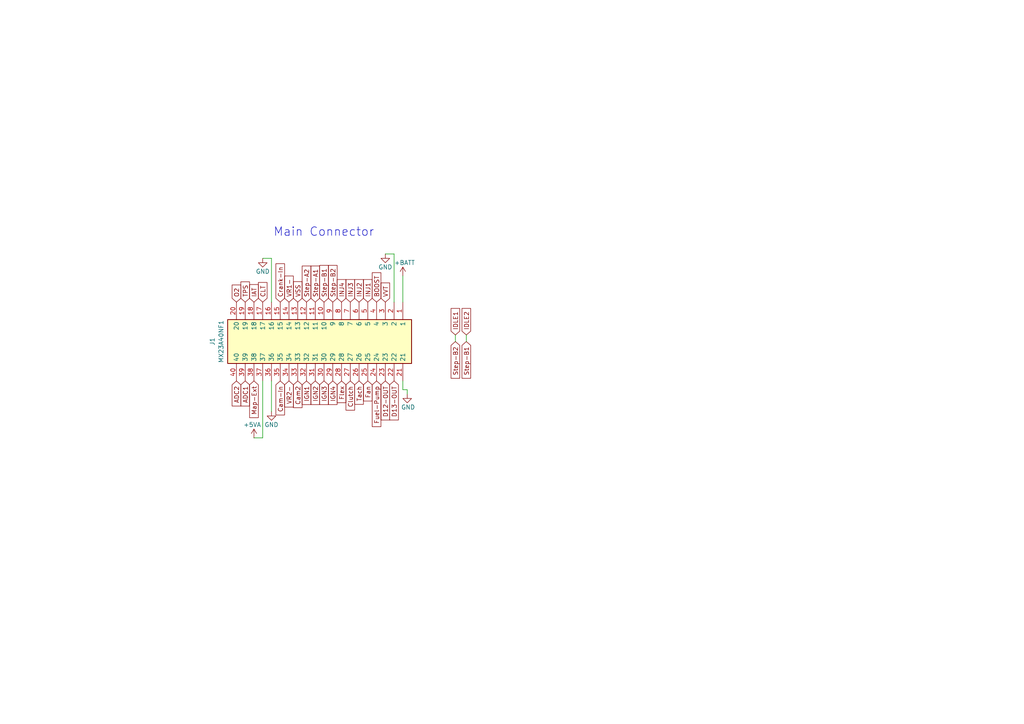
<source format=kicad_sch>
(kicad_sch (version 20250114) (generator "eeschema") (generator_version "9.0")
  (paper "A4")
  (title_block (title "Spark Gap x4") (date "2025-05-18") (rev "C") (company "OpenLogicEFI") (comment 1 "openlogicefi.com"))
  (lib_symbols
    (symbol "MX23A40NF1:MX23A40NF1"
      (property "Reference" "J" (at 19.05 7.62 0))
      (property "Value" "MX23A40NF1" (at 19.05 5.08 0))
      (symbol "MX23A40NF1_1_1"
        (rectangle (start 5.08 2.54) (end 17.78 -50.8) (stroke (width 0.254)) (fill (type background)))
        (pin passive line (at 0 0 0) (length 5.08) (name "40") (number "40"))
        (pin passive line (at 0 -2.54 0) (length 5.08) (name "39") (number "39"))
        (pin passive line (at 0 -5.08 0) (length 5.08) (name "38") (number "38"))
        (pin passive line (at 0 -7.62 0) (length 5.08) (name "37") (number "37"))
        (pin passive line (at 0 -10.16 0) (length 5.08) (name "36") (number "36"))
        (pin passive line (at 0 -12.7 0) (length 5.08) (name "35") (number "35"))
        (pin passive line (at 0 -15.24 0) (length 5.08) (name "34") (number "34"))
        (pin passive line (at 0 -17.78 0) (length 5.08) (name "33") (number "33"))
        (pin passive line (at 0 -20.32 0) (length 5.08) (name "32") (number "32"))
        (pin passive line (at 0 -22.86 0) (length 5.08) (name "31") (number "31"))
        (pin passive line (at 0 -25.4 0) (length 5.08) (name "30") (number "30"))
        (pin passive line (at 0 -27.94 0) (length 5.08) (name "29") (number "29"))
        (pin passive line (at 0 -30.48 0) (length 5.08) (name "28") (number "28"))
        (pin passive line (at 0 -33.02 0) (length 5.08) (name "27") (number "27"))
        (pin passive line (at 0 -35.56 0) (length 5.08) (name "26") (number "26"))
        (pin passive line (at 0 -38.1 0) (length 5.08) (name "25") (number "25"))
        (pin passive line (at 0 -40.64 0) (length 5.08) (name "24") (number "24"))
        (pin passive line (at 0 -43.18 0) (length 5.08) (name "23") (number "23"))
        (pin passive line (at 0 -45.72 0) (length 5.08) (name "22") (number "22"))
        (pin passive line (at 0 -48.26 0) (length 5.08) (name "21") (number "21"))
        (pin passive line (at 22.86 0 180) (length 5.08) (name "20") (number "20"))
        (pin passive line (at 22.86 -2.54 180) (length 5.08) (name "19") (number "19"))
        (pin passive line (at 22.86 -5.08 180) (length 5.08) (name "18") (number "18"))
        (pin passive line (at 22.86 -7.62 180) (length 5.08) (name "17") (number "17"))
        (pin passive line (at 22.86 -10.16 180) (length 5.08) (name "16") (number "16"))
        (pin passive line (at 22.86 -12.7 180) (length 5.08) (name "15") (number "15"))
        (pin passive line (at 22.86 -15.24 180) (length 5.08) (name "14") (number "14"))
        (pin passive line (at 22.86 -17.78 180) (length 5.08) (name "13") (number "13"))
        (pin passive line (at 22.86 -20.32 180) (length 5.08) (name "12") (number "12"))
        (pin passive line (at 22.86 -22.86 180) (length 5.08) (name "11") (number "11"))
        (pin passive line (at 22.86 -25.4 180) (length 5.08) (name "10") (number "10"))
        (pin passive line (at 22.86 -27.94 180) (length 5.08) (name "9") (number "9"))
        (pin passive line (at 22.86 -30.48 180) (length 5.08) (name "8") (number "8"))
        (pin passive line (at 22.86 -33.02 180) (length 5.08) (name "7") (number "7"))
        (pin passive line (at 22.86 -35.56 180) (length 5.08) (name "6") (number "6"))
        (pin passive line (at 22.86 -38.1 180) (length 5.08) (name "5") (number "5"))
        (pin passive line (at 22.86 -40.64 180) (length 5.08) (name "4") (number "4"))
        (pin passive line (at 22.86 -43.18 180) (length 5.08) (name "3") (number "3"))
        (pin passive line (at 22.86 -45.72 180) (length 5.08) (name "2") (number "2"))
        (pin passive line (at 22.86 -48.26 180) (length 5.08) (name "1") (number "1"))
      )
    )
    (symbol "power:+5VA" (power) (pin_numbers (hide yes)) (pin_names (offset 0) (hide yes))
      (property "Value" "+5VA" (at 0 3.556 0))
      (symbol "+5VA_0_1"
        (polyline (pts (xy -0.762 1.27) (xy 0 2.54)))
        (polyline (pts (xy 0 2.54) (xy 0.762 1.27)))
        (polyline (pts (xy 0 0) (xy 0 2.54)))
      )
      (symbol "+5VA_1_1"
        (pin power_in line (at 0 0 90) (length 0) (name "~") (number "1"))
      )
    )
    (symbol "power:+BATT" (power) (pin_names (offset 0))
      (property "Value" "+BATT" (at 0 3.556 0))
      (symbol "+BATT_0_1"
        (polyline (pts (xy -0.762 1.27) (xy 0 2.54)))
        (polyline (pts (xy 0 2.54) (xy 0.762 1.27)))
        (polyline (pts (xy 0 0) (xy 0 2.54)))
      )
      (symbol "+BATT_1_1"
        (pin power_in line (at 0 0 90) (length 0) (hide yes) (name "+BATT") (number "1"))
      )
    )
    (symbol "power:GND" (power) (pin_names (offset 0))
      (property "Value" "GND" (at 0 -3.81 0))
      (symbol "GND_0_1"
        (polyline (pts (xy 0 0) (xy 0 -1.27) (xy 1.27 -1.27) (xy 0 -2.54) (xy -1.27 -1.27) (xy 0 -1.27)))
      )
      (symbol "GND_1_1"
        (pin power_in line (at 0 0 270) (length 0) (hide yes) (name "GND") (number "1"))
      )
    )
  )
  (text "Main Connector" (at 79.248 68.834 0) (effects (font (size 2.4892 2.4892)) (justify left bottom)))
  (wire (pts (xy 76.2 74.93) (xy 78.74 74.93)))
  (wire (pts (xy 78.74 119.38) (xy 78.74 110.49)))
  (wire (pts (xy 73.66 127) (xy 76.2 127)))
  (wire (pts (xy 111.76 73.66) (xy 114.3 73.66)))
  (wire (pts (xy 118.11 113.03) (xy 116.84 113.03)))
  (wire (pts (xy 114.3 73.66) (xy 114.3 87.63)))
  (wire (pts (xy 116.84 80.01) (xy 116.84 87.63)))
  (wire (pts (xy 132.08 99.06) (xy 132.08 97.155)))
  (wire (pts (xy 76.2 127) (xy 76.2 110.49)))
  (wire (pts (xy 118.11 114.3) (xy 118.11 113.03)))
  (wire (pts (xy 116.84 113.03) (xy 116.84 110.49)))
  (wire (pts (xy 78.74 74.93) (xy 78.74 87.63)))
  (wire (pts (xy 135.255 99.06) (xy 135.255 97.155)))
  (global_label "Step-B2" (shape input) (at 132.08 99.06 270) (property "Intersheetrefs" "${INTERSHEET_REFS}" (effects (hide yes))))
  (global_label "IGN4" (shape input) (at 96.52 110.49 270) (property "Intersheetrefs" "${INTERSHEET_REFS}" (effects (hide yes))))
  (global_label "Fuel-Pump" (shape input) (at 109.22 110.49 270) (property "Intersheetrefs" "${INTERSHEET_REFS}" (effects (hide yes))))
  (global_label "Crank-In" (shape input) (at 81.28 87.63 90) (property "Intersheetrefs" "${INTERSHEET_REFS}" (effects (hide yes))))
  (global_label "VVT" (shape input) (at 111.76 87.63 90) (property "Intersheetrefs" "${INTERSHEET_REFS}" (effects (hide yes))))
  (global_label "INJ1" (shape input) (at 106.68 87.63 90) (property "Intersheetrefs" "${INTERSHEET_REFS}" (effects (hide yes))))
  (global_label "INJ3" (shape input) (at 101.6 87.63 90) (property "Intersheetrefs" "${INTERSHEET_REFS}" (effects (hide yes))))
  (global_label "VR1-" (shape input) (at 83.82 87.63 90) (property "Intersheetrefs" "${INTERSHEET_REFS}" (effects (hide yes))))
  (global_label "INJ2" (shape input) (at 104.14 87.63 90) (property "Intersheetrefs" "${INTERSHEET_REFS}" (effects (hide yes))))
  (global_label "Clutch" (shape input) (at 101.6 110.49 270) (property "Intersheetrefs" "${INTERSHEET_REFS}" (effects (hide yes))))
  (global_label "D12-OUT" (shape input) (at 111.76 110.49 270) (property "Intersheetrefs" "${INTERSHEET_REFS}" (effects (hide yes))))
  (global_label "Step-B1" (shape input) (at 135.255 99.06 270) (property "Intersheetrefs" "${INTERSHEET_REFS}" (effects (hide yes))))
  (global_label "IDLE1" (shape input) (at 132.08 97.155 90) (property "Intersheetrefs" "${INTERSHEET_REFS}" (effects (hide yes))))
  (global_label "Tach" (shape input) (at 104.14 110.49 270) (property "Intersheetrefs" "${INTERSHEET_REFS}" (effects (hide yes))))
  (global_label "CLT" (shape input) (at 76.2 87.63 90) (property "Intersheetrefs" "${INTERSHEET_REFS}" (effects (hide yes))))
  (global_label "Map-Ext" (shape input) (at 73.66 110.49 270) (property "Intersheetrefs" "${INTERSHEET_REFS}" (effects (hide yes))))
  (global_label "TPS" (shape input) (at 71.12 87.63 90) (property "Intersheetrefs" "${INTERSHEET_REFS}" (effects (hide yes))))
  (global_label "Step-A1" (shape input) (at 91.44 87.63 90) (property "Intersheetrefs" "${INTERSHEET_REFS}" (effects (hide yes))))
  (global_label "Cam-In" (shape input) (at 81.28 110.49 270) (property "Intersheetrefs" "${INTERSHEET_REFS}" (effects (hide yes))))
  (global_label "Flex" (shape input) (at 99.06 110.49 270) (property "Intersheetrefs" "${INTERSHEET_REFS}" (effects (hide yes))))
  (global_label "Step-B1" (shape input) (at 93.98 87.63 90) (property "Intersheetrefs" "${INTERSHEET_REFS}" (effects (hide yes))))
  (global_label "VR2-" (shape input) (at 83.82 110.49 270) (property "Intersheetrefs" "${INTERSHEET_REFS}" (effects (hide yes))))
  (global_label "IAT" (shape input) (at 73.66 87.63 90) (property "Intersheetrefs" "${INTERSHEET_REFS}" (effects (hide yes))))
  (global_label "ADC1" (shape input) (at 71.12 110.49 270) (property "Intersheetrefs" "${INTERSHEET_REFS}" (effects (hide yes))))
  (global_label "O2" (shape input) (at 68.58 87.63 90) (property "Intersheetrefs" "${INTERSHEET_REFS}" (effects (hide yes))))
  (global_label "Step-B2" (shape input) (at 96.52 87.63 90) (property "Intersheetrefs" "${INTERSHEET_REFS}" (effects (hide yes))))
  (global_label "IGN3" (shape input) (at 93.98 110.49 270) (property "Intersheetrefs" "${INTERSHEET_REFS}" (effects (hide yes))))
  (global_label "INJ4" (shape input) (at 99.06 87.63 90) (property "Intersheetrefs" "${INTERSHEET_REFS}" (effects (hide yes))))
  (global_label "Step-A2" (shape input) (at 88.9 87.63 90) (property "Intersheetrefs" "${INTERSHEET_REFS}" (effects (hide yes))))
  (global_label "IGN2" (shape input) (at 91.44 110.49 270) (property "Intersheetrefs" "${INTERSHEET_REFS}" (effects (hide yes))))
  (global_label "VSS" (shape input) (at 86.36 87.63 90) (property "Intersheetrefs" "${INTERSHEET_REFS}" (effects (hide yes))))
  (global_label "ADC2" (shape input) (at 68.58 110.49 270) (property "Intersheetrefs" "${INTERSHEET_REFS}" (effects (hide yes))))
  (global_label "Cam2" (shape input) (at 86.36 110.49 270) (property "Intersheetrefs" "${INTERSHEET_REFS}" (effects (hide yes))))
  (global_label "Fan" (shape input) (at 106.68 110.49 270) (property "Intersheetrefs" "${INTERSHEET_REFS}" (effects (hide yes))))
  (global_label "D13-OUT" (shape input) (at 114.3 110.49 270) (property "Intersheetrefs" "${INTERSHEET_REFS}" (effects (hide yes))))
  (global_label "BOOST" (shape input) (at 109.22 87.63 90) (property "Intersheetrefs" "${INTERSHEET_REFS}" (effects (hide yes))))
  (global_label "IGN1" (shape input) (at 88.9 110.49 270) (property "Intersheetrefs" "${INTERSHEET_REFS}" (effects (hide yes))))
  (global_label "IDLE2" (shape input) (at 135.255 97.155 90) (property "Intersheetrefs" "${INTERSHEET_REFS}" (effects (hide yes))))
  (symbol (lib_id "power:+BATT") (at 116.84 80.01 0) (unit 1)
    (property "Reference" "#PWR011" (effects (hide yes)))
    (property "Value" "+BATT" (at 114.3 76.2 0) (effects (justify left)))
  )
  (symbol (lib_id "power:GND") (at 78.74 119.38 0) (unit 1)
    (property "Reference" "#PWR015" (effects (hide yes)))
    (property "Value" "GND" (at 78.74 123.19 0))
  )
  (symbol (lib_id "power:GND") (at 111.76 73.66 0) (mirror y) (unit 1)
    (property "Reference" "#PWR027" (effects (hide yes)))
    (property "Value" "GND" (at 111.76 77.47 0))
  )
  (symbol (lib_id "power:GND") (at 118.11 114.3 0) (unit 1)
    (property "Reference" "#PWR034" (effects (hide yes)))
    (property "Value" "GND" (at 118.364 118.11 0))
  )
  (symbol (lib_id "power:GND") (at 76.2 74.93 0) (mirror y) (unit 1)
    (property "Reference" "#PWR028" (effects (hide yes)))
    (property "Value" "GND" (at 76.2 78.74 0))
  )
  (symbol (lib_id "MX23A40NF1:MX23A40NF1") (at 68.58 110.49 90) (unit 1) (in_bom no)
    (property "Reference" "J1" (at 61.595 99.06 0))
    (property "Value" "MX23A40NF1" (at 64.135 99.06 0))
    (property "Footprint" "Detonation:MX23A40NF1" (effects (hide yes)))
    (property "Datasheet" "https://www.jae.com/direct/topics/topics_file_download/topics_id=64777&ext_no=06&_lang=en&v=" (effects (hide yes)))
    (property "Height" "18.9" (effects (hide yes)))
    (property "Manufacturer_Name" "JAE" (effects (hide yes)))
    (property "Manufacture Part Number" "MX23A40NF1" (effects (hide yes)))
  )
  (symbol (lib_id "power:+5VA") (at 73.66 127 0) (unit 1)
    (property "Reference" "#PWR026" (effects (hide yes)))
    (property "Value" "+5VA" (at 73.152 123.19 0))
    (property "Description" "Power symbol creates a global label with name \"+5VA\"" (effects (hide yes)))
  )
)
</source>
